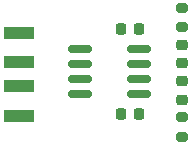
<source format=gtp>
%TF.GenerationSoftware,KiCad,Pcbnew,(6.0.4-0)*%
%TF.CreationDate,2022-04-26T17:29:11+08:00*%
%TF.ProjectId,usb-ttl,7573622d-7474-46c2-9e6b-696361645f70,rev?*%
%TF.SameCoordinates,Original*%
%TF.FileFunction,Paste,Top*%
%TF.FilePolarity,Positive*%
%FSLAX46Y46*%
G04 Gerber Fmt 4.6, Leading zero omitted, Abs format (unit mm)*
G04 Created by KiCad (PCBNEW (6.0.4-0)) date 2022-04-26 17:29:11*
%MOMM*%
%LPD*%
G01*
G04 APERTURE LIST*
G04 Aperture macros list*
%AMRoundRect*
0 Rectangle with rounded corners*
0 $1 Rounding radius*
0 $2 $3 $4 $5 $6 $7 $8 $9 X,Y pos of 4 corners*
0 Add a 4 corners polygon primitive as box body*
4,1,4,$2,$3,$4,$5,$6,$7,$8,$9,$2,$3,0*
0 Add four circle primitives for the rounded corners*
1,1,$1+$1,$2,$3*
1,1,$1+$1,$4,$5*
1,1,$1+$1,$6,$7*
1,1,$1+$1,$8,$9*
0 Add four rect primitives between the rounded corners*
20,1,$1+$1,$2,$3,$4,$5,0*
20,1,$1+$1,$4,$5,$6,$7,0*
20,1,$1+$1,$6,$7,$8,$9,0*
20,1,$1+$1,$8,$9,$2,$3,0*%
G04 Aperture macros list end*
%ADD10RoundRect,0.225000X0.225000X0.250000X-0.225000X0.250000X-0.225000X-0.250000X0.225000X-0.250000X0*%
%ADD11RoundRect,0.218750X0.256250X-0.218750X0.256250X0.218750X-0.256250X0.218750X-0.256250X-0.218750X0*%
%ADD12RoundRect,0.200000X-0.275000X0.200000X-0.275000X-0.200000X0.275000X-0.200000X0.275000X0.200000X0*%
%ADD13RoundRect,0.218750X-0.256250X0.218750X-0.256250X-0.218750X0.256250X-0.218750X0.256250X0.218750X0*%
%ADD14RoundRect,0.150000X-0.825000X-0.150000X0.825000X-0.150000X0.825000X0.150000X-0.825000X0.150000X0*%
%ADD15RoundRect,0.200000X0.275000X-0.200000X0.275000X0.200000X-0.275000X0.200000X-0.275000X-0.200000X0*%
%ADD16R,2.500000X1.100000*%
G04 APERTURE END LIST*
D10*
%TO.C,C1*%
X175975000Y-95400000D03*
X174425000Y-95400000D03*
%TD*%
D11*
%TO.C,D2*%
X179600000Y-91087500D03*
X179600000Y-89512500D03*
%TD*%
D12*
%TO.C,R2*%
X179600000Y-86375000D03*
X179600000Y-88025000D03*
%TD*%
D13*
%TO.C,D1*%
X179600000Y-92612500D03*
X179600000Y-94187500D03*
%TD*%
D14*
%TO.C,U1*%
X171025000Y-89895000D03*
X171025000Y-91165000D03*
X171025000Y-92435000D03*
X171025000Y-93705000D03*
X175975000Y-93705000D03*
X175975000Y-92435000D03*
X175975000Y-91165000D03*
X175975000Y-89895000D03*
%TD*%
D15*
%TO.C,R1*%
X179600000Y-97300000D03*
X179600000Y-95650000D03*
%TD*%
D16*
%TO.C,J1*%
X165850000Y-95500000D03*
X165850000Y-93000000D03*
X165850000Y-91000000D03*
X165850000Y-88500000D03*
%TD*%
D10*
%TO.C,C2*%
X174425000Y-88200000D03*
X175975000Y-88200000D03*
%TD*%
M02*

</source>
